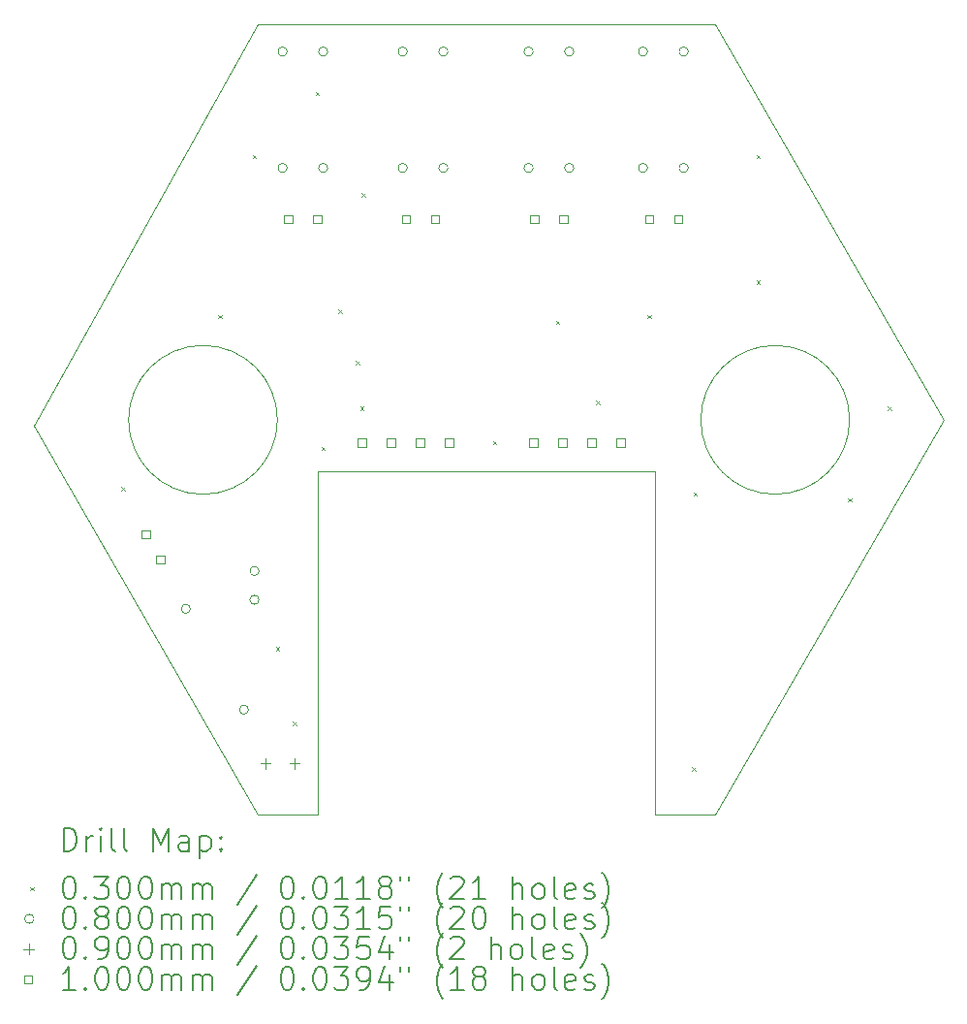
<source format=gbr>
%TF.GenerationSoftware,KiCad,Pcbnew,9.0.4*%
%TF.CreationDate,2025-10-05T02:15:21+02:00*%
%TF.ProjectId,hex-dna,6865782d-646e-4612-9e6b-696361645f70,rev?*%
%TF.SameCoordinates,Original*%
%TF.FileFunction,Drillmap*%
%TF.FilePolarity,Positive*%
%FSLAX45Y45*%
G04 Gerber Fmt 4.5, Leading zero omitted, Abs format (unit mm)*
G04 Created by KiCad (PCBNEW 9.0.4) date 2025-10-05 02:15:21*
%MOMM*%
%LPD*%
G01*
G04 APERTURE LIST*
%ADD10C,0.050000*%
%ADD11C,0.200000*%
%ADD12C,0.100000*%
G04 APERTURE END LIST*
D10*
X10025000Y-5300000D02*
X8025000Y-8750000D01*
X4550000Y-5750000D02*
X4550000Y-8750000D01*
X4550000Y-8750000D02*
X4025000Y-8750000D01*
X7500000Y-8750000D02*
X7500000Y-5750000D01*
X2075000Y-5350000D02*
X4025000Y-1850000D01*
X7500000Y-5750000D02*
X4550000Y-5750000D01*
X4025000Y-1850000D02*
X8025000Y-1850000D01*
X4025000Y-8750000D02*
X2075000Y-5350000D01*
X4200000Y-5300000D02*
G75*
G02*
X2900000Y-5300000I-650000J0D01*
G01*
X2900000Y-5300000D02*
G75*
G02*
X4200000Y-5300000I650000J0D01*
G01*
X8025000Y-1850000D02*
X10025000Y-5300000D01*
X9200000Y-5300000D02*
G75*
G02*
X7900000Y-5300000I-650000J0D01*
G01*
X7900000Y-5300000D02*
G75*
G02*
X9200000Y-5300000I650000J0D01*
G01*
X8025000Y-8750000D02*
X7500000Y-8750000D01*
D11*
D12*
X2835000Y-5885000D02*
X2865000Y-5915000D01*
X2865000Y-5885000D02*
X2835000Y-5915000D01*
X3685000Y-4385000D02*
X3715000Y-4415000D01*
X3715000Y-4385000D02*
X3685000Y-4415000D01*
X3985000Y-2985000D02*
X4015000Y-3015000D01*
X4015000Y-2985000D02*
X3985000Y-3015000D01*
X4185000Y-7285000D02*
X4215000Y-7315000D01*
X4215000Y-7285000D02*
X4185000Y-7315000D01*
X4335000Y-7935000D02*
X4365000Y-7965000D01*
X4365000Y-7935000D02*
X4335000Y-7965000D01*
X4535000Y-2435000D02*
X4565000Y-2465000D01*
X4565000Y-2435000D02*
X4535000Y-2465000D01*
X4585000Y-5535000D02*
X4615000Y-5565000D01*
X4615000Y-5535000D02*
X4585000Y-5565000D01*
X4735000Y-4335000D02*
X4765000Y-4365000D01*
X4765000Y-4335000D02*
X4735000Y-4365000D01*
X4885000Y-4785000D02*
X4915000Y-4815000D01*
X4915000Y-4785000D02*
X4885000Y-4815000D01*
X4923000Y-5185000D02*
X4953000Y-5215000D01*
X4953000Y-5185000D02*
X4923000Y-5215000D01*
X4935000Y-3320441D02*
X4965000Y-3350441D01*
X4965000Y-3320441D02*
X4935000Y-3350441D01*
X6085000Y-5485000D02*
X6115000Y-5515000D01*
X6115000Y-5485000D02*
X6085000Y-5515000D01*
X6635000Y-4435000D02*
X6665000Y-4465000D01*
X6665000Y-4435000D02*
X6635000Y-4465000D01*
X6985000Y-5135000D02*
X7015000Y-5165000D01*
X7015000Y-5135000D02*
X6985000Y-5165000D01*
X7435000Y-4385000D02*
X7465000Y-4415000D01*
X7465000Y-4385000D02*
X7435000Y-4415000D01*
X7823602Y-8335000D02*
X7853602Y-8365000D01*
X7853602Y-8335000D02*
X7823602Y-8365000D01*
X7835000Y-5935000D02*
X7865000Y-5965000D01*
X7865000Y-5935000D02*
X7835000Y-5965000D01*
X8385000Y-2985000D02*
X8415000Y-3015000D01*
X8415000Y-2985000D02*
X8385000Y-3015000D01*
X8385000Y-4085000D02*
X8415000Y-4115000D01*
X8415000Y-4085000D02*
X8385000Y-4115000D01*
X9185000Y-5985000D02*
X9215000Y-6015000D01*
X9215000Y-5985000D02*
X9185000Y-6015000D01*
X9535000Y-5185000D02*
X9565000Y-5215000D01*
X9565000Y-5185000D02*
X9535000Y-5215000D01*
X3440000Y-6950000D02*
G75*
G02*
X3360000Y-6950000I-40000J0D01*
G01*
X3360000Y-6950000D02*
G75*
G02*
X3440000Y-6950000I40000J0D01*
G01*
X3948000Y-7829882D02*
G75*
G02*
X3868000Y-7829882I-40000J0D01*
G01*
X3868000Y-7829882D02*
G75*
G02*
X3948000Y-7829882I40000J0D01*
G01*
X4040000Y-6620511D02*
G75*
G02*
X3960000Y-6620511I-40000J0D01*
G01*
X3960000Y-6620511D02*
G75*
G02*
X4040000Y-6620511I40000J0D01*
G01*
X4040000Y-6870511D02*
G75*
G02*
X3960000Y-6870511I-40000J0D01*
G01*
X3960000Y-6870511D02*
G75*
G02*
X4040000Y-6870511I40000J0D01*
G01*
X4285000Y-2084000D02*
G75*
G02*
X4205000Y-2084000I-40000J0D01*
G01*
X4205000Y-2084000D02*
G75*
G02*
X4285000Y-2084000I40000J0D01*
G01*
X4285000Y-3100000D02*
G75*
G02*
X4205000Y-3100000I-40000J0D01*
G01*
X4205000Y-3100000D02*
G75*
G02*
X4285000Y-3100000I40000J0D01*
G01*
X4640000Y-2084000D02*
G75*
G02*
X4560000Y-2084000I-40000J0D01*
G01*
X4560000Y-2084000D02*
G75*
G02*
X4640000Y-2084000I40000J0D01*
G01*
X4640000Y-3100000D02*
G75*
G02*
X4560000Y-3100000I-40000J0D01*
G01*
X4560000Y-3100000D02*
G75*
G02*
X4640000Y-3100000I40000J0D01*
G01*
X5335000Y-2084000D02*
G75*
G02*
X5255000Y-2084000I-40000J0D01*
G01*
X5255000Y-2084000D02*
G75*
G02*
X5335000Y-2084000I40000J0D01*
G01*
X5335000Y-3100000D02*
G75*
G02*
X5255000Y-3100000I-40000J0D01*
G01*
X5255000Y-3100000D02*
G75*
G02*
X5335000Y-3100000I40000J0D01*
G01*
X5690000Y-2084000D02*
G75*
G02*
X5610000Y-2084000I-40000J0D01*
G01*
X5610000Y-2084000D02*
G75*
G02*
X5690000Y-2084000I40000J0D01*
G01*
X5690000Y-3100000D02*
G75*
G02*
X5610000Y-3100000I-40000J0D01*
G01*
X5610000Y-3100000D02*
G75*
G02*
X5690000Y-3100000I40000J0D01*
G01*
X6435000Y-2084000D02*
G75*
G02*
X6355000Y-2084000I-40000J0D01*
G01*
X6355000Y-2084000D02*
G75*
G02*
X6435000Y-2084000I40000J0D01*
G01*
X6435000Y-3100000D02*
G75*
G02*
X6355000Y-3100000I-40000J0D01*
G01*
X6355000Y-3100000D02*
G75*
G02*
X6435000Y-3100000I40000J0D01*
G01*
X6790000Y-2084000D02*
G75*
G02*
X6710000Y-2084000I-40000J0D01*
G01*
X6710000Y-2084000D02*
G75*
G02*
X6790000Y-2084000I40000J0D01*
G01*
X6790000Y-3100000D02*
G75*
G02*
X6710000Y-3100000I-40000J0D01*
G01*
X6710000Y-3100000D02*
G75*
G02*
X6790000Y-3100000I40000J0D01*
G01*
X7435000Y-2084000D02*
G75*
G02*
X7355000Y-2084000I-40000J0D01*
G01*
X7355000Y-2084000D02*
G75*
G02*
X7435000Y-2084000I40000J0D01*
G01*
X7435000Y-3100000D02*
G75*
G02*
X7355000Y-3100000I-40000J0D01*
G01*
X7355000Y-3100000D02*
G75*
G02*
X7435000Y-3100000I40000J0D01*
G01*
X7790000Y-2084000D02*
G75*
G02*
X7710000Y-2084000I-40000J0D01*
G01*
X7710000Y-2084000D02*
G75*
G02*
X7790000Y-2084000I40000J0D01*
G01*
X7790000Y-3100000D02*
G75*
G02*
X7710000Y-3100000I-40000J0D01*
G01*
X7710000Y-3100000D02*
G75*
G02*
X7790000Y-3100000I40000J0D01*
G01*
X4096000Y-8255000D02*
X4096000Y-8345000D01*
X4051000Y-8300000D02*
X4141000Y-8300000D01*
X4350000Y-8255000D02*
X4350000Y-8345000D01*
X4305000Y-8300000D02*
X4395000Y-8300000D01*
X3085356Y-6335356D02*
X3085356Y-6264644D01*
X3014644Y-6264644D01*
X3014644Y-6335356D01*
X3085356Y-6335356D01*
X3212356Y-6555326D02*
X3212356Y-6484615D01*
X3141644Y-6484615D01*
X3141644Y-6555326D01*
X3212356Y-6555326D01*
X4331356Y-3585356D02*
X4331356Y-3514644D01*
X4260644Y-3514644D01*
X4260644Y-3585356D01*
X4331356Y-3585356D01*
X4585356Y-3585356D02*
X4585356Y-3514644D01*
X4514644Y-3514644D01*
X4514644Y-3585356D01*
X4585356Y-3585356D01*
X4973356Y-5535356D02*
X4973356Y-5464644D01*
X4902644Y-5464644D01*
X4902644Y-5535356D01*
X4973356Y-5535356D01*
X5227356Y-5535356D02*
X5227356Y-5464644D01*
X5156644Y-5464644D01*
X5156644Y-5535356D01*
X5227356Y-5535356D01*
X5358856Y-3585356D02*
X5358856Y-3514644D01*
X5288144Y-3514644D01*
X5288144Y-3585356D01*
X5358856Y-3585356D01*
X5481356Y-5535356D02*
X5481356Y-5464644D01*
X5410644Y-5464644D01*
X5410644Y-5535356D01*
X5481356Y-5535356D01*
X5612856Y-3585356D02*
X5612856Y-3514644D01*
X5542144Y-3514644D01*
X5542144Y-3585356D01*
X5612856Y-3585356D01*
X5735356Y-5535356D02*
X5735356Y-5464644D01*
X5664644Y-5464644D01*
X5664644Y-5535356D01*
X5735356Y-5535356D01*
X6473356Y-5535356D02*
X6473356Y-5464644D01*
X6402644Y-5464644D01*
X6402644Y-5535356D01*
X6473356Y-5535356D01*
X6481356Y-3585356D02*
X6481356Y-3514644D01*
X6410644Y-3514644D01*
X6410644Y-3585356D01*
X6481356Y-3585356D01*
X6727356Y-5535356D02*
X6727356Y-5464644D01*
X6656644Y-5464644D01*
X6656644Y-5535356D01*
X6727356Y-5535356D01*
X6735356Y-3585356D02*
X6735356Y-3514644D01*
X6664644Y-3514644D01*
X6664644Y-3585356D01*
X6735356Y-3585356D01*
X6981356Y-5535356D02*
X6981356Y-5464644D01*
X6910644Y-5464644D01*
X6910644Y-5535356D01*
X6981356Y-5535356D01*
X7235356Y-5535356D02*
X7235356Y-5464644D01*
X7164644Y-5464644D01*
X7164644Y-5535356D01*
X7235356Y-5535356D01*
X7485356Y-3585356D02*
X7485356Y-3514644D01*
X7414645Y-3514644D01*
X7414645Y-3585356D01*
X7485356Y-3585356D01*
X7739356Y-3585356D02*
X7739356Y-3514644D01*
X7668645Y-3514644D01*
X7668645Y-3585356D01*
X7739356Y-3585356D01*
D11*
X2333277Y-9063984D02*
X2333277Y-8863984D01*
X2333277Y-8863984D02*
X2380896Y-8863984D01*
X2380896Y-8863984D02*
X2409467Y-8873508D01*
X2409467Y-8873508D02*
X2428515Y-8892555D01*
X2428515Y-8892555D02*
X2438039Y-8911603D01*
X2438039Y-8911603D02*
X2447563Y-8949698D01*
X2447563Y-8949698D02*
X2447563Y-8978270D01*
X2447563Y-8978270D02*
X2438039Y-9016365D01*
X2438039Y-9016365D02*
X2428515Y-9035412D01*
X2428515Y-9035412D02*
X2409467Y-9054460D01*
X2409467Y-9054460D02*
X2380896Y-9063984D01*
X2380896Y-9063984D02*
X2333277Y-9063984D01*
X2533277Y-9063984D02*
X2533277Y-8930650D01*
X2533277Y-8968746D02*
X2542801Y-8949698D01*
X2542801Y-8949698D02*
X2552324Y-8940174D01*
X2552324Y-8940174D02*
X2571372Y-8930650D01*
X2571372Y-8930650D02*
X2590420Y-8930650D01*
X2657086Y-9063984D02*
X2657086Y-8930650D01*
X2657086Y-8863984D02*
X2647563Y-8873508D01*
X2647563Y-8873508D02*
X2657086Y-8883031D01*
X2657086Y-8883031D02*
X2666610Y-8873508D01*
X2666610Y-8873508D02*
X2657086Y-8863984D01*
X2657086Y-8863984D02*
X2657086Y-8883031D01*
X2780896Y-9063984D02*
X2761848Y-9054460D01*
X2761848Y-9054460D02*
X2752324Y-9035412D01*
X2752324Y-9035412D02*
X2752324Y-8863984D01*
X2885658Y-9063984D02*
X2866610Y-9054460D01*
X2866610Y-9054460D02*
X2857086Y-9035412D01*
X2857086Y-9035412D02*
X2857086Y-8863984D01*
X3114229Y-9063984D02*
X3114229Y-8863984D01*
X3114229Y-8863984D02*
X3180896Y-9006841D01*
X3180896Y-9006841D02*
X3247562Y-8863984D01*
X3247562Y-8863984D02*
X3247562Y-9063984D01*
X3428515Y-9063984D02*
X3428515Y-8959222D01*
X3428515Y-8959222D02*
X3418991Y-8940174D01*
X3418991Y-8940174D02*
X3399943Y-8930650D01*
X3399943Y-8930650D02*
X3361848Y-8930650D01*
X3361848Y-8930650D02*
X3342801Y-8940174D01*
X3428515Y-9054460D02*
X3409467Y-9063984D01*
X3409467Y-9063984D02*
X3361848Y-9063984D01*
X3361848Y-9063984D02*
X3342801Y-9054460D01*
X3342801Y-9054460D02*
X3333277Y-9035412D01*
X3333277Y-9035412D02*
X3333277Y-9016365D01*
X3333277Y-9016365D02*
X3342801Y-8997317D01*
X3342801Y-8997317D02*
X3361848Y-8987793D01*
X3361848Y-8987793D02*
X3409467Y-8987793D01*
X3409467Y-8987793D02*
X3428515Y-8978270D01*
X3523753Y-8930650D02*
X3523753Y-9130650D01*
X3523753Y-8940174D02*
X3542801Y-8930650D01*
X3542801Y-8930650D02*
X3580896Y-8930650D01*
X3580896Y-8930650D02*
X3599943Y-8940174D01*
X3599943Y-8940174D02*
X3609467Y-8949698D01*
X3609467Y-8949698D02*
X3618991Y-8968746D01*
X3618991Y-8968746D02*
X3618991Y-9025889D01*
X3618991Y-9025889D02*
X3609467Y-9044936D01*
X3609467Y-9044936D02*
X3599943Y-9054460D01*
X3599943Y-9054460D02*
X3580896Y-9063984D01*
X3580896Y-9063984D02*
X3542801Y-9063984D01*
X3542801Y-9063984D02*
X3523753Y-9054460D01*
X3704705Y-9044936D02*
X3714229Y-9054460D01*
X3714229Y-9054460D02*
X3704705Y-9063984D01*
X3704705Y-9063984D02*
X3695182Y-9054460D01*
X3695182Y-9054460D02*
X3704705Y-9044936D01*
X3704705Y-9044936D02*
X3704705Y-9063984D01*
X3704705Y-8940174D02*
X3714229Y-8949698D01*
X3714229Y-8949698D02*
X3704705Y-8959222D01*
X3704705Y-8959222D02*
X3695182Y-8949698D01*
X3695182Y-8949698D02*
X3704705Y-8940174D01*
X3704705Y-8940174D02*
X3704705Y-8959222D01*
D12*
X2042500Y-9377500D02*
X2072500Y-9407500D01*
X2072500Y-9377500D02*
X2042500Y-9407500D01*
D11*
X2371372Y-9283984D02*
X2390420Y-9283984D01*
X2390420Y-9283984D02*
X2409467Y-9293508D01*
X2409467Y-9293508D02*
X2418991Y-9303031D01*
X2418991Y-9303031D02*
X2428515Y-9322079D01*
X2428515Y-9322079D02*
X2438039Y-9360174D01*
X2438039Y-9360174D02*
X2438039Y-9407793D01*
X2438039Y-9407793D02*
X2428515Y-9445889D01*
X2428515Y-9445889D02*
X2418991Y-9464936D01*
X2418991Y-9464936D02*
X2409467Y-9474460D01*
X2409467Y-9474460D02*
X2390420Y-9483984D01*
X2390420Y-9483984D02*
X2371372Y-9483984D01*
X2371372Y-9483984D02*
X2352324Y-9474460D01*
X2352324Y-9474460D02*
X2342801Y-9464936D01*
X2342801Y-9464936D02*
X2333277Y-9445889D01*
X2333277Y-9445889D02*
X2323753Y-9407793D01*
X2323753Y-9407793D02*
X2323753Y-9360174D01*
X2323753Y-9360174D02*
X2333277Y-9322079D01*
X2333277Y-9322079D02*
X2342801Y-9303031D01*
X2342801Y-9303031D02*
X2352324Y-9293508D01*
X2352324Y-9293508D02*
X2371372Y-9283984D01*
X2523753Y-9464936D02*
X2533277Y-9474460D01*
X2533277Y-9474460D02*
X2523753Y-9483984D01*
X2523753Y-9483984D02*
X2514229Y-9474460D01*
X2514229Y-9474460D02*
X2523753Y-9464936D01*
X2523753Y-9464936D02*
X2523753Y-9483984D01*
X2599944Y-9283984D02*
X2723753Y-9283984D01*
X2723753Y-9283984D02*
X2657086Y-9360174D01*
X2657086Y-9360174D02*
X2685658Y-9360174D01*
X2685658Y-9360174D02*
X2704705Y-9369698D01*
X2704705Y-9369698D02*
X2714229Y-9379222D01*
X2714229Y-9379222D02*
X2723753Y-9398270D01*
X2723753Y-9398270D02*
X2723753Y-9445889D01*
X2723753Y-9445889D02*
X2714229Y-9464936D01*
X2714229Y-9464936D02*
X2704705Y-9474460D01*
X2704705Y-9474460D02*
X2685658Y-9483984D01*
X2685658Y-9483984D02*
X2628515Y-9483984D01*
X2628515Y-9483984D02*
X2609467Y-9474460D01*
X2609467Y-9474460D02*
X2599944Y-9464936D01*
X2847562Y-9283984D02*
X2866610Y-9283984D01*
X2866610Y-9283984D02*
X2885658Y-9293508D01*
X2885658Y-9293508D02*
X2895182Y-9303031D01*
X2895182Y-9303031D02*
X2904705Y-9322079D01*
X2904705Y-9322079D02*
X2914229Y-9360174D01*
X2914229Y-9360174D02*
X2914229Y-9407793D01*
X2914229Y-9407793D02*
X2904705Y-9445889D01*
X2904705Y-9445889D02*
X2895182Y-9464936D01*
X2895182Y-9464936D02*
X2885658Y-9474460D01*
X2885658Y-9474460D02*
X2866610Y-9483984D01*
X2866610Y-9483984D02*
X2847562Y-9483984D01*
X2847562Y-9483984D02*
X2828515Y-9474460D01*
X2828515Y-9474460D02*
X2818991Y-9464936D01*
X2818991Y-9464936D02*
X2809467Y-9445889D01*
X2809467Y-9445889D02*
X2799943Y-9407793D01*
X2799943Y-9407793D02*
X2799943Y-9360174D01*
X2799943Y-9360174D02*
X2809467Y-9322079D01*
X2809467Y-9322079D02*
X2818991Y-9303031D01*
X2818991Y-9303031D02*
X2828515Y-9293508D01*
X2828515Y-9293508D02*
X2847562Y-9283984D01*
X3038039Y-9283984D02*
X3057086Y-9283984D01*
X3057086Y-9283984D02*
X3076134Y-9293508D01*
X3076134Y-9293508D02*
X3085658Y-9303031D01*
X3085658Y-9303031D02*
X3095182Y-9322079D01*
X3095182Y-9322079D02*
X3104705Y-9360174D01*
X3104705Y-9360174D02*
X3104705Y-9407793D01*
X3104705Y-9407793D02*
X3095182Y-9445889D01*
X3095182Y-9445889D02*
X3085658Y-9464936D01*
X3085658Y-9464936D02*
X3076134Y-9474460D01*
X3076134Y-9474460D02*
X3057086Y-9483984D01*
X3057086Y-9483984D02*
X3038039Y-9483984D01*
X3038039Y-9483984D02*
X3018991Y-9474460D01*
X3018991Y-9474460D02*
X3009467Y-9464936D01*
X3009467Y-9464936D02*
X2999943Y-9445889D01*
X2999943Y-9445889D02*
X2990420Y-9407793D01*
X2990420Y-9407793D02*
X2990420Y-9360174D01*
X2990420Y-9360174D02*
X2999943Y-9322079D01*
X2999943Y-9322079D02*
X3009467Y-9303031D01*
X3009467Y-9303031D02*
X3018991Y-9293508D01*
X3018991Y-9293508D02*
X3038039Y-9283984D01*
X3190420Y-9483984D02*
X3190420Y-9350650D01*
X3190420Y-9369698D02*
X3199943Y-9360174D01*
X3199943Y-9360174D02*
X3218991Y-9350650D01*
X3218991Y-9350650D02*
X3247563Y-9350650D01*
X3247563Y-9350650D02*
X3266610Y-9360174D01*
X3266610Y-9360174D02*
X3276134Y-9379222D01*
X3276134Y-9379222D02*
X3276134Y-9483984D01*
X3276134Y-9379222D02*
X3285658Y-9360174D01*
X3285658Y-9360174D02*
X3304705Y-9350650D01*
X3304705Y-9350650D02*
X3333277Y-9350650D01*
X3333277Y-9350650D02*
X3352324Y-9360174D01*
X3352324Y-9360174D02*
X3361848Y-9379222D01*
X3361848Y-9379222D02*
X3361848Y-9483984D01*
X3457086Y-9483984D02*
X3457086Y-9350650D01*
X3457086Y-9369698D02*
X3466610Y-9360174D01*
X3466610Y-9360174D02*
X3485658Y-9350650D01*
X3485658Y-9350650D02*
X3514229Y-9350650D01*
X3514229Y-9350650D02*
X3533277Y-9360174D01*
X3533277Y-9360174D02*
X3542801Y-9379222D01*
X3542801Y-9379222D02*
X3542801Y-9483984D01*
X3542801Y-9379222D02*
X3552324Y-9360174D01*
X3552324Y-9360174D02*
X3571372Y-9350650D01*
X3571372Y-9350650D02*
X3599943Y-9350650D01*
X3599943Y-9350650D02*
X3618991Y-9360174D01*
X3618991Y-9360174D02*
X3628515Y-9379222D01*
X3628515Y-9379222D02*
X3628515Y-9483984D01*
X4018991Y-9274460D02*
X3847563Y-9531603D01*
X4276134Y-9283984D02*
X4295182Y-9283984D01*
X4295182Y-9283984D02*
X4314229Y-9293508D01*
X4314229Y-9293508D02*
X4323753Y-9303031D01*
X4323753Y-9303031D02*
X4333277Y-9322079D01*
X4333277Y-9322079D02*
X4342801Y-9360174D01*
X4342801Y-9360174D02*
X4342801Y-9407793D01*
X4342801Y-9407793D02*
X4333277Y-9445889D01*
X4333277Y-9445889D02*
X4323753Y-9464936D01*
X4323753Y-9464936D02*
X4314229Y-9474460D01*
X4314229Y-9474460D02*
X4295182Y-9483984D01*
X4295182Y-9483984D02*
X4276134Y-9483984D01*
X4276134Y-9483984D02*
X4257087Y-9474460D01*
X4257087Y-9474460D02*
X4247563Y-9464936D01*
X4247563Y-9464936D02*
X4238039Y-9445889D01*
X4238039Y-9445889D02*
X4228515Y-9407793D01*
X4228515Y-9407793D02*
X4228515Y-9360174D01*
X4228515Y-9360174D02*
X4238039Y-9322079D01*
X4238039Y-9322079D02*
X4247563Y-9303031D01*
X4247563Y-9303031D02*
X4257087Y-9293508D01*
X4257087Y-9293508D02*
X4276134Y-9283984D01*
X4428515Y-9464936D02*
X4438039Y-9474460D01*
X4438039Y-9474460D02*
X4428515Y-9483984D01*
X4428515Y-9483984D02*
X4418991Y-9474460D01*
X4418991Y-9474460D02*
X4428515Y-9464936D01*
X4428515Y-9464936D02*
X4428515Y-9483984D01*
X4561848Y-9283984D02*
X4580896Y-9283984D01*
X4580896Y-9283984D02*
X4599944Y-9293508D01*
X4599944Y-9293508D02*
X4609468Y-9303031D01*
X4609468Y-9303031D02*
X4618991Y-9322079D01*
X4618991Y-9322079D02*
X4628515Y-9360174D01*
X4628515Y-9360174D02*
X4628515Y-9407793D01*
X4628515Y-9407793D02*
X4618991Y-9445889D01*
X4618991Y-9445889D02*
X4609468Y-9464936D01*
X4609468Y-9464936D02*
X4599944Y-9474460D01*
X4599944Y-9474460D02*
X4580896Y-9483984D01*
X4580896Y-9483984D02*
X4561848Y-9483984D01*
X4561848Y-9483984D02*
X4542801Y-9474460D01*
X4542801Y-9474460D02*
X4533277Y-9464936D01*
X4533277Y-9464936D02*
X4523753Y-9445889D01*
X4523753Y-9445889D02*
X4514229Y-9407793D01*
X4514229Y-9407793D02*
X4514229Y-9360174D01*
X4514229Y-9360174D02*
X4523753Y-9322079D01*
X4523753Y-9322079D02*
X4533277Y-9303031D01*
X4533277Y-9303031D02*
X4542801Y-9293508D01*
X4542801Y-9293508D02*
X4561848Y-9283984D01*
X4818991Y-9483984D02*
X4704706Y-9483984D01*
X4761848Y-9483984D02*
X4761848Y-9283984D01*
X4761848Y-9283984D02*
X4742801Y-9312555D01*
X4742801Y-9312555D02*
X4723753Y-9331603D01*
X4723753Y-9331603D02*
X4704706Y-9341127D01*
X5009468Y-9483984D02*
X4895182Y-9483984D01*
X4952325Y-9483984D02*
X4952325Y-9283984D01*
X4952325Y-9283984D02*
X4933277Y-9312555D01*
X4933277Y-9312555D02*
X4914229Y-9331603D01*
X4914229Y-9331603D02*
X4895182Y-9341127D01*
X5123753Y-9369698D02*
X5104706Y-9360174D01*
X5104706Y-9360174D02*
X5095182Y-9350650D01*
X5095182Y-9350650D02*
X5085658Y-9331603D01*
X5085658Y-9331603D02*
X5085658Y-9322079D01*
X5085658Y-9322079D02*
X5095182Y-9303031D01*
X5095182Y-9303031D02*
X5104706Y-9293508D01*
X5104706Y-9293508D02*
X5123753Y-9283984D01*
X5123753Y-9283984D02*
X5161849Y-9283984D01*
X5161849Y-9283984D02*
X5180896Y-9293508D01*
X5180896Y-9293508D02*
X5190420Y-9303031D01*
X5190420Y-9303031D02*
X5199944Y-9322079D01*
X5199944Y-9322079D02*
X5199944Y-9331603D01*
X5199944Y-9331603D02*
X5190420Y-9350650D01*
X5190420Y-9350650D02*
X5180896Y-9360174D01*
X5180896Y-9360174D02*
X5161849Y-9369698D01*
X5161849Y-9369698D02*
X5123753Y-9369698D01*
X5123753Y-9369698D02*
X5104706Y-9379222D01*
X5104706Y-9379222D02*
X5095182Y-9388746D01*
X5095182Y-9388746D02*
X5085658Y-9407793D01*
X5085658Y-9407793D02*
X5085658Y-9445889D01*
X5085658Y-9445889D02*
X5095182Y-9464936D01*
X5095182Y-9464936D02*
X5104706Y-9474460D01*
X5104706Y-9474460D02*
X5123753Y-9483984D01*
X5123753Y-9483984D02*
X5161849Y-9483984D01*
X5161849Y-9483984D02*
X5180896Y-9474460D01*
X5180896Y-9474460D02*
X5190420Y-9464936D01*
X5190420Y-9464936D02*
X5199944Y-9445889D01*
X5199944Y-9445889D02*
X5199944Y-9407793D01*
X5199944Y-9407793D02*
X5190420Y-9388746D01*
X5190420Y-9388746D02*
X5180896Y-9379222D01*
X5180896Y-9379222D02*
X5161849Y-9369698D01*
X5276134Y-9283984D02*
X5276134Y-9322079D01*
X5352325Y-9283984D02*
X5352325Y-9322079D01*
X5647563Y-9560174D02*
X5638039Y-9550650D01*
X5638039Y-9550650D02*
X5618991Y-9522079D01*
X5618991Y-9522079D02*
X5609468Y-9503031D01*
X5609468Y-9503031D02*
X5599944Y-9474460D01*
X5599944Y-9474460D02*
X5590420Y-9426841D01*
X5590420Y-9426841D02*
X5590420Y-9388746D01*
X5590420Y-9388746D02*
X5599944Y-9341127D01*
X5599944Y-9341127D02*
X5609468Y-9312555D01*
X5609468Y-9312555D02*
X5618991Y-9293508D01*
X5618991Y-9293508D02*
X5638039Y-9264936D01*
X5638039Y-9264936D02*
X5647563Y-9255412D01*
X5714229Y-9303031D02*
X5723753Y-9293508D01*
X5723753Y-9293508D02*
X5742801Y-9283984D01*
X5742801Y-9283984D02*
X5790420Y-9283984D01*
X5790420Y-9283984D02*
X5809468Y-9293508D01*
X5809468Y-9293508D02*
X5818991Y-9303031D01*
X5818991Y-9303031D02*
X5828515Y-9322079D01*
X5828515Y-9322079D02*
X5828515Y-9341127D01*
X5828515Y-9341127D02*
X5818991Y-9369698D01*
X5818991Y-9369698D02*
X5704706Y-9483984D01*
X5704706Y-9483984D02*
X5828515Y-9483984D01*
X6018991Y-9483984D02*
X5904706Y-9483984D01*
X5961848Y-9483984D02*
X5961848Y-9283984D01*
X5961848Y-9283984D02*
X5942801Y-9312555D01*
X5942801Y-9312555D02*
X5923753Y-9331603D01*
X5923753Y-9331603D02*
X5904706Y-9341127D01*
X6257087Y-9483984D02*
X6257087Y-9283984D01*
X6342801Y-9483984D02*
X6342801Y-9379222D01*
X6342801Y-9379222D02*
X6333277Y-9360174D01*
X6333277Y-9360174D02*
X6314230Y-9350650D01*
X6314230Y-9350650D02*
X6285658Y-9350650D01*
X6285658Y-9350650D02*
X6266610Y-9360174D01*
X6266610Y-9360174D02*
X6257087Y-9369698D01*
X6466610Y-9483984D02*
X6447563Y-9474460D01*
X6447563Y-9474460D02*
X6438039Y-9464936D01*
X6438039Y-9464936D02*
X6428515Y-9445889D01*
X6428515Y-9445889D02*
X6428515Y-9388746D01*
X6428515Y-9388746D02*
X6438039Y-9369698D01*
X6438039Y-9369698D02*
X6447563Y-9360174D01*
X6447563Y-9360174D02*
X6466610Y-9350650D01*
X6466610Y-9350650D02*
X6495182Y-9350650D01*
X6495182Y-9350650D02*
X6514230Y-9360174D01*
X6514230Y-9360174D02*
X6523753Y-9369698D01*
X6523753Y-9369698D02*
X6533277Y-9388746D01*
X6533277Y-9388746D02*
X6533277Y-9445889D01*
X6533277Y-9445889D02*
X6523753Y-9464936D01*
X6523753Y-9464936D02*
X6514230Y-9474460D01*
X6514230Y-9474460D02*
X6495182Y-9483984D01*
X6495182Y-9483984D02*
X6466610Y-9483984D01*
X6647563Y-9483984D02*
X6628515Y-9474460D01*
X6628515Y-9474460D02*
X6618991Y-9455412D01*
X6618991Y-9455412D02*
X6618991Y-9283984D01*
X6799944Y-9474460D02*
X6780896Y-9483984D01*
X6780896Y-9483984D02*
X6742801Y-9483984D01*
X6742801Y-9483984D02*
X6723753Y-9474460D01*
X6723753Y-9474460D02*
X6714230Y-9455412D01*
X6714230Y-9455412D02*
X6714230Y-9379222D01*
X6714230Y-9379222D02*
X6723753Y-9360174D01*
X6723753Y-9360174D02*
X6742801Y-9350650D01*
X6742801Y-9350650D02*
X6780896Y-9350650D01*
X6780896Y-9350650D02*
X6799944Y-9360174D01*
X6799944Y-9360174D02*
X6809468Y-9379222D01*
X6809468Y-9379222D02*
X6809468Y-9398270D01*
X6809468Y-9398270D02*
X6714230Y-9417317D01*
X6885658Y-9474460D02*
X6904706Y-9483984D01*
X6904706Y-9483984D02*
X6942801Y-9483984D01*
X6942801Y-9483984D02*
X6961849Y-9474460D01*
X6961849Y-9474460D02*
X6971372Y-9455412D01*
X6971372Y-9455412D02*
X6971372Y-9445889D01*
X6971372Y-9445889D02*
X6961849Y-9426841D01*
X6961849Y-9426841D02*
X6942801Y-9417317D01*
X6942801Y-9417317D02*
X6914230Y-9417317D01*
X6914230Y-9417317D02*
X6895182Y-9407793D01*
X6895182Y-9407793D02*
X6885658Y-9388746D01*
X6885658Y-9388746D02*
X6885658Y-9379222D01*
X6885658Y-9379222D02*
X6895182Y-9360174D01*
X6895182Y-9360174D02*
X6914230Y-9350650D01*
X6914230Y-9350650D02*
X6942801Y-9350650D01*
X6942801Y-9350650D02*
X6961849Y-9360174D01*
X7038039Y-9560174D02*
X7047563Y-9550650D01*
X7047563Y-9550650D02*
X7066611Y-9522079D01*
X7066611Y-9522079D02*
X7076134Y-9503031D01*
X7076134Y-9503031D02*
X7085658Y-9474460D01*
X7085658Y-9474460D02*
X7095182Y-9426841D01*
X7095182Y-9426841D02*
X7095182Y-9388746D01*
X7095182Y-9388746D02*
X7085658Y-9341127D01*
X7085658Y-9341127D02*
X7076134Y-9312555D01*
X7076134Y-9312555D02*
X7066611Y-9293508D01*
X7066611Y-9293508D02*
X7047563Y-9264936D01*
X7047563Y-9264936D02*
X7038039Y-9255412D01*
D12*
X2072500Y-9656500D02*
G75*
G02*
X1992500Y-9656500I-40000J0D01*
G01*
X1992500Y-9656500D02*
G75*
G02*
X2072500Y-9656500I40000J0D01*
G01*
D11*
X2371372Y-9547984D02*
X2390420Y-9547984D01*
X2390420Y-9547984D02*
X2409467Y-9557508D01*
X2409467Y-9557508D02*
X2418991Y-9567031D01*
X2418991Y-9567031D02*
X2428515Y-9586079D01*
X2428515Y-9586079D02*
X2438039Y-9624174D01*
X2438039Y-9624174D02*
X2438039Y-9671793D01*
X2438039Y-9671793D02*
X2428515Y-9709889D01*
X2428515Y-9709889D02*
X2418991Y-9728936D01*
X2418991Y-9728936D02*
X2409467Y-9738460D01*
X2409467Y-9738460D02*
X2390420Y-9747984D01*
X2390420Y-9747984D02*
X2371372Y-9747984D01*
X2371372Y-9747984D02*
X2352324Y-9738460D01*
X2352324Y-9738460D02*
X2342801Y-9728936D01*
X2342801Y-9728936D02*
X2333277Y-9709889D01*
X2333277Y-9709889D02*
X2323753Y-9671793D01*
X2323753Y-9671793D02*
X2323753Y-9624174D01*
X2323753Y-9624174D02*
X2333277Y-9586079D01*
X2333277Y-9586079D02*
X2342801Y-9567031D01*
X2342801Y-9567031D02*
X2352324Y-9557508D01*
X2352324Y-9557508D02*
X2371372Y-9547984D01*
X2523753Y-9728936D02*
X2533277Y-9738460D01*
X2533277Y-9738460D02*
X2523753Y-9747984D01*
X2523753Y-9747984D02*
X2514229Y-9738460D01*
X2514229Y-9738460D02*
X2523753Y-9728936D01*
X2523753Y-9728936D02*
X2523753Y-9747984D01*
X2647563Y-9633698D02*
X2628515Y-9624174D01*
X2628515Y-9624174D02*
X2618991Y-9614650D01*
X2618991Y-9614650D02*
X2609467Y-9595603D01*
X2609467Y-9595603D02*
X2609467Y-9586079D01*
X2609467Y-9586079D02*
X2618991Y-9567031D01*
X2618991Y-9567031D02*
X2628515Y-9557508D01*
X2628515Y-9557508D02*
X2647563Y-9547984D01*
X2647563Y-9547984D02*
X2685658Y-9547984D01*
X2685658Y-9547984D02*
X2704705Y-9557508D01*
X2704705Y-9557508D02*
X2714229Y-9567031D01*
X2714229Y-9567031D02*
X2723753Y-9586079D01*
X2723753Y-9586079D02*
X2723753Y-9595603D01*
X2723753Y-9595603D02*
X2714229Y-9614650D01*
X2714229Y-9614650D02*
X2704705Y-9624174D01*
X2704705Y-9624174D02*
X2685658Y-9633698D01*
X2685658Y-9633698D02*
X2647563Y-9633698D01*
X2647563Y-9633698D02*
X2628515Y-9643222D01*
X2628515Y-9643222D02*
X2618991Y-9652746D01*
X2618991Y-9652746D02*
X2609467Y-9671793D01*
X2609467Y-9671793D02*
X2609467Y-9709889D01*
X2609467Y-9709889D02*
X2618991Y-9728936D01*
X2618991Y-9728936D02*
X2628515Y-9738460D01*
X2628515Y-9738460D02*
X2647563Y-9747984D01*
X2647563Y-9747984D02*
X2685658Y-9747984D01*
X2685658Y-9747984D02*
X2704705Y-9738460D01*
X2704705Y-9738460D02*
X2714229Y-9728936D01*
X2714229Y-9728936D02*
X2723753Y-9709889D01*
X2723753Y-9709889D02*
X2723753Y-9671793D01*
X2723753Y-9671793D02*
X2714229Y-9652746D01*
X2714229Y-9652746D02*
X2704705Y-9643222D01*
X2704705Y-9643222D02*
X2685658Y-9633698D01*
X2847562Y-9547984D02*
X2866610Y-9547984D01*
X2866610Y-9547984D02*
X2885658Y-9557508D01*
X2885658Y-9557508D02*
X2895182Y-9567031D01*
X2895182Y-9567031D02*
X2904705Y-9586079D01*
X2904705Y-9586079D02*
X2914229Y-9624174D01*
X2914229Y-9624174D02*
X2914229Y-9671793D01*
X2914229Y-9671793D02*
X2904705Y-9709889D01*
X2904705Y-9709889D02*
X2895182Y-9728936D01*
X2895182Y-9728936D02*
X2885658Y-9738460D01*
X2885658Y-9738460D02*
X2866610Y-9747984D01*
X2866610Y-9747984D02*
X2847562Y-9747984D01*
X2847562Y-9747984D02*
X2828515Y-9738460D01*
X2828515Y-9738460D02*
X2818991Y-9728936D01*
X2818991Y-9728936D02*
X2809467Y-9709889D01*
X2809467Y-9709889D02*
X2799943Y-9671793D01*
X2799943Y-9671793D02*
X2799943Y-9624174D01*
X2799943Y-9624174D02*
X2809467Y-9586079D01*
X2809467Y-9586079D02*
X2818991Y-9567031D01*
X2818991Y-9567031D02*
X2828515Y-9557508D01*
X2828515Y-9557508D02*
X2847562Y-9547984D01*
X3038039Y-9547984D02*
X3057086Y-9547984D01*
X3057086Y-9547984D02*
X3076134Y-9557508D01*
X3076134Y-9557508D02*
X3085658Y-9567031D01*
X3085658Y-9567031D02*
X3095182Y-9586079D01*
X3095182Y-9586079D02*
X3104705Y-9624174D01*
X3104705Y-9624174D02*
X3104705Y-9671793D01*
X3104705Y-9671793D02*
X3095182Y-9709889D01*
X3095182Y-9709889D02*
X3085658Y-9728936D01*
X3085658Y-9728936D02*
X3076134Y-9738460D01*
X3076134Y-9738460D02*
X3057086Y-9747984D01*
X3057086Y-9747984D02*
X3038039Y-9747984D01*
X3038039Y-9747984D02*
X3018991Y-9738460D01*
X3018991Y-9738460D02*
X3009467Y-9728936D01*
X3009467Y-9728936D02*
X2999943Y-9709889D01*
X2999943Y-9709889D02*
X2990420Y-9671793D01*
X2990420Y-9671793D02*
X2990420Y-9624174D01*
X2990420Y-9624174D02*
X2999943Y-9586079D01*
X2999943Y-9586079D02*
X3009467Y-9567031D01*
X3009467Y-9567031D02*
X3018991Y-9557508D01*
X3018991Y-9557508D02*
X3038039Y-9547984D01*
X3190420Y-9747984D02*
X3190420Y-9614650D01*
X3190420Y-9633698D02*
X3199943Y-9624174D01*
X3199943Y-9624174D02*
X3218991Y-9614650D01*
X3218991Y-9614650D02*
X3247563Y-9614650D01*
X3247563Y-9614650D02*
X3266610Y-9624174D01*
X3266610Y-9624174D02*
X3276134Y-9643222D01*
X3276134Y-9643222D02*
X3276134Y-9747984D01*
X3276134Y-9643222D02*
X3285658Y-9624174D01*
X3285658Y-9624174D02*
X3304705Y-9614650D01*
X3304705Y-9614650D02*
X3333277Y-9614650D01*
X3333277Y-9614650D02*
X3352324Y-9624174D01*
X3352324Y-9624174D02*
X3361848Y-9643222D01*
X3361848Y-9643222D02*
X3361848Y-9747984D01*
X3457086Y-9747984D02*
X3457086Y-9614650D01*
X3457086Y-9633698D02*
X3466610Y-9624174D01*
X3466610Y-9624174D02*
X3485658Y-9614650D01*
X3485658Y-9614650D02*
X3514229Y-9614650D01*
X3514229Y-9614650D02*
X3533277Y-9624174D01*
X3533277Y-9624174D02*
X3542801Y-9643222D01*
X3542801Y-9643222D02*
X3542801Y-9747984D01*
X3542801Y-9643222D02*
X3552324Y-9624174D01*
X3552324Y-9624174D02*
X3571372Y-9614650D01*
X3571372Y-9614650D02*
X3599943Y-9614650D01*
X3599943Y-9614650D02*
X3618991Y-9624174D01*
X3618991Y-9624174D02*
X3628515Y-9643222D01*
X3628515Y-9643222D02*
X3628515Y-9747984D01*
X4018991Y-9538460D02*
X3847563Y-9795603D01*
X4276134Y-9547984D02*
X4295182Y-9547984D01*
X4295182Y-9547984D02*
X4314229Y-9557508D01*
X4314229Y-9557508D02*
X4323753Y-9567031D01*
X4323753Y-9567031D02*
X4333277Y-9586079D01*
X4333277Y-9586079D02*
X4342801Y-9624174D01*
X4342801Y-9624174D02*
X4342801Y-9671793D01*
X4342801Y-9671793D02*
X4333277Y-9709889D01*
X4333277Y-9709889D02*
X4323753Y-9728936D01*
X4323753Y-9728936D02*
X4314229Y-9738460D01*
X4314229Y-9738460D02*
X4295182Y-9747984D01*
X4295182Y-9747984D02*
X4276134Y-9747984D01*
X4276134Y-9747984D02*
X4257087Y-9738460D01*
X4257087Y-9738460D02*
X4247563Y-9728936D01*
X4247563Y-9728936D02*
X4238039Y-9709889D01*
X4238039Y-9709889D02*
X4228515Y-9671793D01*
X4228515Y-9671793D02*
X4228515Y-9624174D01*
X4228515Y-9624174D02*
X4238039Y-9586079D01*
X4238039Y-9586079D02*
X4247563Y-9567031D01*
X4247563Y-9567031D02*
X4257087Y-9557508D01*
X4257087Y-9557508D02*
X4276134Y-9547984D01*
X4428515Y-9728936D02*
X4438039Y-9738460D01*
X4438039Y-9738460D02*
X4428515Y-9747984D01*
X4428515Y-9747984D02*
X4418991Y-9738460D01*
X4418991Y-9738460D02*
X4428515Y-9728936D01*
X4428515Y-9728936D02*
X4428515Y-9747984D01*
X4561848Y-9547984D02*
X4580896Y-9547984D01*
X4580896Y-9547984D02*
X4599944Y-9557508D01*
X4599944Y-9557508D02*
X4609468Y-9567031D01*
X4609468Y-9567031D02*
X4618991Y-9586079D01*
X4618991Y-9586079D02*
X4628515Y-9624174D01*
X4628515Y-9624174D02*
X4628515Y-9671793D01*
X4628515Y-9671793D02*
X4618991Y-9709889D01*
X4618991Y-9709889D02*
X4609468Y-9728936D01*
X4609468Y-9728936D02*
X4599944Y-9738460D01*
X4599944Y-9738460D02*
X4580896Y-9747984D01*
X4580896Y-9747984D02*
X4561848Y-9747984D01*
X4561848Y-9747984D02*
X4542801Y-9738460D01*
X4542801Y-9738460D02*
X4533277Y-9728936D01*
X4533277Y-9728936D02*
X4523753Y-9709889D01*
X4523753Y-9709889D02*
X4514229Y-9671793D01*
X4514229Y-9671793D02*
X4514229Y-9624174D01*
X4514229Y-9624174D02*
X4523753Y-9586079D01*
X4523753Y-9586079D02*
X4533277Y-9567031D01*
X4533277Y-9567031D02*
X4542801Y-9557508D01*
X4542801Y-9557508D02*
X4561848Y-9547984D01*
X4695182Y-9547984D02*
X4818991Y-9547984D01*
X4818991Y-9547984D02*
X4752325Y-9624174D01*
X4752325Y-9624174D02*
X4780896Y-9624174D01*
X4780896Y-9624174D02*
X4799944Y-9633698D01*
X4799944Y-9633698D02*
X4809468Y-9643222D01*
X4809468Y-9643222D02*
X4818991Y-9662270D01*
X4818991Y-9662270D02*
X4818991Y-9709889D01*
X4818991Y-9709889D02*
X4809468Y-9728936D01*
X4809468Y-9728936D02*
X4799944Y-9738460D01*
X4799944Y-9738460D02*
X4780896Y-9747984D01*
X4780896Y-9747984D02*
X4723753Y-9747984D01*
X4723753Y-9747984D02*
X4704706Y-9738460D01*
X4704706Y-9738460D02*
X4695182Y-9728936D01*
X5009468Y-9747984D02*
X4895182Y-9747984D01*
X4952325Y-9747984D02*
X4952325Y-9547984D01*
X4952325Y-9547984D02*
X4933277Y-9576555D01*
X4933277Y-9576555D02*
X4914229Y-9595603D01*
X4914229Y-9595603D02*
X4895182Y-9605127D01*
X5190420Y-9547984D02*
X5095182Y-9547984D01*
X5095182Y-9547984D02*
X5085658Y-9643222D01*
X5085658Y-9643222D02*
X5095182Y-9633698D01*
X5095182Y-9633698D02*
X5114229Y-9624174D01*
X5114229Y-9624174D02*
X5161849Y-9624174D01*
X5161849Y-9624174D02*
X5180896Y-9633698D01*
X5180896Y-9633698D02*
X5190420Y-9643222D01*
X5190420Y-9643222D02*
X5199944Y-9662270D01*
X5199944Y-9662270D02*
X5199944Y-9709889D01*
X5199944Y-9709889D02*
X5190420Y-9728936D01*
X5190420Y-9728936D02*
X5180896Y-9738460D01*
X5180896Y-9738460D02*
X5161849Y-9747984D01*
X5161849Y-9747984D02*
X5114229Y-9747984D01*
X5114229Y-9747984D02*
X5095182Y-9738460D01*
X5095182Y-9738460D02*
X5085658Y-9728936D01*
X5276134Y-9547984D02*
X5276134Y-9586079D01*
X5352325Y-9547984D02*
X5352325Y-9586079D01*
X5647563Y-9824174D02*
X5638039Y-9814650D01*
X5638039Y-9814650D02*
X5618991Y-9786079D01*
X5618991Y-9786079D02*
X5609468Y-9767031D01*
X5609468Y-9767031D02*
X5599944Y-9738460D01*
X5599944Y-9738460D02*
X5590420Y-9690841D01*
X5590420Y-9690841D02*
X5590420Y-9652746D01*
X5590420Y-9652746D02*
X5599944Y-9605127D01*
X5599944Y-9605127D02*
X5609468Y-9576555D01*
X5609468Y-9576555D02*
X5618991Y-9557508D01*
X5618991Y-9557508D02*
X5638039Y-9528936D01*
X5638039Y-9528936D02*
X5647563Y-9519412D01*
X5714229Y-9567031D02*
X5723753Y-9557508D01*
X5723753Y-9557508D02*
X5742801Y-9547984D01*
X5742801Y-9547984D02*
X5790420Y-9547984D01*
X5790420Y-9547984D02*
X5809468Y-9557508D01*
X5809468Y-9557508D02*
X5818991Y-9567031D01*
X5818991Y-9567031D02*
X5828515Y-9586079D01*
X5828515Y-9586079D02*
X5828515Y-9605127D01*
X5828515Y-9605127D02*
X5818991Y-9633698D01*
X5818991Y-9633698D02*
X5704706Y-9747984D01*
X5704706Y-9747984D02*
X5828515Y-9747984D01*
X5952325Y-9547984D02*
X5971372Y-9547984D01*
X5971372Y-9547984D02*
X5990420Y-9557508D01*
X5990420Y-9557508D02*
X5999944Y-9567031D01*
X5999944Y-9567031D02*
X6009468Y-9586079D01*
X6009468Y-9586079D02*
X6018991Y-9624174D01*
X6018991Y-9624174D02*
X6018991Y-9671793D01*
X6018991Y-9671793D02*
X6009468Y-9709889D01*
X6009468Y-9709889D02*
X5999944Y-9728936D01*
X5999944Y-9728936D02*
X5990420Y-9738460D01*
X5990420Y-9738460D02*
X5971372Y-9747984D01*
X5971372Y-9747984D02*
X5952325Y-9747984D01*
X5952325Y-9747984D02*
X5933277Y-9738460D01*
X5933277Y-9738460D02*
X5923753Y-9728936D01*
X5923753Y-9728936D02*
X5914229Y-9709889D01*
X5914229Y-9709889D02*
X5904706Y-9671793D01*
X5904706Y-9671793D02*
X5904706Y-9624174D01*
X5904706Y-9624174D02*
X5914229Y-9586079D01*
X5914229Y-9586079D02*
X5923753Y-9567031D01*
X5923753Y-9567031D02*
X5933277Y-9557508D01*
X5933277Y-9557508D02*
X5952325Y-9547984D01*
X6257087Y-9747984D02*
X6257087Y-9547984D01*
X6342801Y-9747984D02*
X6342801Y-9643222D01*
X6342801Y-9643222D02*
X6333277Y-9624174D01*
X6333277Y-9624174D02*
X6314230Y-9614650D01*
X6314230Y-9614650D02*
X6285658Y-9614650D01*
X6285658Y-9614650D02*
X6266610Y-9624174D01*
X6266610Y-9624174D02*
X6257087Y-9633698D01*
X6466610Y-9747984D02*
X6447563Y-9738460D01*
X6447563Y-9738460D02*
X6438039Y-9728936D01*
X6438039Y-9728936D02*
X6428515Y-9709889D01*
X6428515Y-9709889D02*
X6428515Y-9652746D01*
X6428515Y-9652746D02*
X6438039Y-9633698D01*
X6438039Y-9633698D02*
X6447563Y-9624174D01*
X6447563Y-9624174D02*
X6466610Y-9614650D01*
X6466610Y-9614650D02*
X6495182Y-9614650D01*
X6495182Y-9614650D02*
X6514230Y-9624174D01*
X6514230Y-9624174D02*
X6523753Y-9633698D01*
X6523753Y-9633698D02*
X6533277Y-9652746D01*
X6533277Y-9652746D02*
X6533277Y-9709889D01*
X6533277Y-9709889D02*
X6523753Y-9728936D01*
X6523753Y-9728936D02*
X6514230Y-9738460D01*
X6514230Y-9738460D02*
X6495182Y-9747984D01*
X6495182Y-9747984D02*
X6466610Y-9747984D01*
X6647563Y-9747984D02*
X6628515Y-9738460D01*
X6628515Y-9738460D02*
X6618991Y-9719412D01*
X6618991Y-9719412D02*
X6618991Y-9547984D01*
X6799944Y-9738460D02*
X6780896Y-9747984D01*
X6780896Y-9747984D02*
X6742801Y-9747984D01*
X6742801Y-9747984D02*
X6723753Y-9738460D01*
X6723753Y-9738460D02*
X6714230Y-9719412D01*
X6714230Y-9719412D02*
X6714230Y-9643222D01*
X6714230Y-9643222D02*
X6723753Y-9624174D01*
X6723753Y-9624174D02*
X6742801Y-9614650D01*
X6742801Y-9614650D02*
X6780896Y-9614650D01*
X6780896Y-9614650D02*
X6799944Y-9624174D01*
X6799944Y-9624174D02*
X6809468Y-9643222D01*
X6809468Y-9643222D02*
X6809468Y-9662270D01*
X6809468Y-9662270D02*
X6714230Y-9681317D01*
X6885658Y-9738460D02*
X6904706Y-9747984D01*
X6904706Y-9747984D02*
X6942801Y-9747984D01*
X6942801Y-9747984D02*
X6961849Y-9738460D01*
X6961849Y-9738460D02*
X6971372Y-9719412D01*
X6971372Y-9719412D02*
X6971372Y-9709889D01*
X6971372Y-9709889D02*
X6961849Y-9690841D01*
X6961849Y-9690841D02*
X6942801Y-9681317D01*
X6942801Y-9681317D02*
X6914230Y-9681317D01*
X6914230Y-9681317D02*
X6895182Y-9671793D01*
X6895182Y-9671793D02*
X6885658Y-9652746D01*
X6885658Y-9652746D02*
X6885658Y-9643222D01*
X6885658Y-9643222D02*
X6895182Y-9624174D01*
X6895182Y-9624174D02*
X6914230Y-9614650D01*
X6914230Y-9614650D02*
X6942801Y-9614650D01*
X6942801Y-9614650D02*
X6961849Y-9624174D01*
X7038039Y-9824174D02*
X7047563Y-9814650D01*
X7047563Y-9814650D02*
X7066611Y-9786079D01*
X7066611Y-9786079D02*
X7076134Y-9767031D01*
X7076134Y-9767031D02*
X7085658Y-9738460D01*
X7085658Y-9738460D02*
X7095182Y-9690841D01*
X7095182Y-9690841D02*
X7095182Y-9652746D01*
X7095182Y-9652746D02*
X7085658Y-9605127D01*
X7085658Y-9605127D02*
X7076134Y-9576555D01*
X7076134Y-9576555D02*
X7066611Y-9557508D01*
X7066611Y-9557508D02*
X7047563Y-9528936D01*
X7047563Y-9528936D02*
X7038039Y-9519412D01*
D12*
X2027500Y-9875500D02*
X2027500Y-9965500D01*
X1982500Y-9920500D02*
X2072500Y-9920500D01*
D11*
X2371372Y-9811984D02*
X2390420Y-9811984D01*
X2390420Y-9811984D02*
X2409467Y-9821508D01*
X2409467Y-9821508D02*
X2418991Y-9831031D01*
X2418991Y-9831031D02*
X2428515Y-9850079D01*
X2428515Y-9850079D02*
X2438039Y-9888174D01*
X2438039Y-9888174D02*
X2438039Y-9935793D01*
X2438039Y-9935793D02*
X2428515Y-9973889D01*
X2428515Y-9973889D02*
X2418991Y-9992936D01*
X2418991Y-9992936D02*
X2409467Y-10002460D01*
X2409467Y-10002460D02*
X2390420Y-10011984D01*
X2390420Y-10011984D02*
X2371372Y-10011984D01*
X2371372Y-10011984D02*
X2352324Y-10002460D01*
X2352324Y-10002460D02*
X2342801Y-9992936D01*
X2342801Y-9992936D02*
X2333277Y-9973889D01*
X2333277Y-9973889D02*
X2323753Y-9935793D01*
X2323753Y-9935793D02*
X2323753Y-9888174D01*
X2323753Y-9888174D02*
X2333277Y-9850079D01*
X2333277Y-9850079D02*
X2342801Y-9831031D01*
X2342801Y-9831031D02*
X2352324Y-9821508D01*
X2352324Y-9821508D02*
X2371372Y-9811984D01*
X2523753Y-9992936D02*
X2533277Y-10002460D01*
X2533277Y-10002460D02*
X2523753Y-10011984D01*
X2523753Y-10011984D02*
X2514229Y-10002460D01*
X2514229Y-10002460D02*
X2523753Y-9992936D01*
X2523753Y-9992936D02*
X2523753Y-10011984D01*
X2628515Y-10011984D02*
X2666610Y-10011984D01*
X2666610Y-10011984D02*
X2685658Y-10002460D01*
X2685658Y-10002460D02*
X2695182Y-9992936D01*
X2695182Y-9992936D02*
X2714229Y-9964365D01*
X2714229Y-9964365D02*
X2723753Y-9926270D01*
X2723753Y-9926270D02*
X2723753Y-9850079D01*
X2723753Y-9850079D02*
X2714229Y-9831031D01*
X2714229Y-9831031D02*
X2704705Y-9821508D01*
X2704705Y-9821508D02*
X2685658Y-9811984D01*
X2685658Y-9811984D02*
X2647563Y-9811984D01*
X2647563Y-9811984D02*
X2628515Y-9821508D01*
X2628515Y-9821508D02*
X2618991Y-9831031D01*
X2618991Y-9831031D02*
X2609467Y-9850079D01*
X2609467Y-9850079D02*
X2609467Y-9897698D01*
X2609467Y-9897698D02*
X2618991Y-9916746D01*
X2618991Y-9916746D02*
X2628515Y-9926270D01*
X2628515Y-9926270D02*
X2647563Y-9935793D01*
X2647563Y-9935793D02*
X2685658Y-9935793D01*
X2685658Y-9935793D02*
X2704705Y-9926270D01*
X2704705Y-9926270D02*
X2714229Y-9916746D01*
X2714229Y-9916746D02*
X2723753Y-9897698D01*
X2847562Y-9811984D02*
X2866610Y-9811984D01*
X2866610Y-9811984D02*
X2885658Y-9821508D01*
X2885658Y-9821508D02*
X2895182Y-9831031D01*
X2895182Y-9831031D02*
X2904705Y-9850079D01*
X2904705Y-9850079D02*
X2914229Y-9888174D01*
X2914229Y-9888174D02*
X2914229Y-9935793D01*
X2914229Y-9935793D02*
X2904705Y-9973889D01*
X2904705Y-9973889D02*
X2895182Y-9992936D01*
X2895182Y-9992936D02*
X2885658Y-10002460D01*
X2885658Y-10002460D02*
X2866610Y-10011984D01*
X2866610Y-10011984D02*
X2847562Y-10011984D01*
X2847562Y-10011984D02*
X2828515Y-10002460D01*
X2828515Y-10002460D02*
X2818991Y-9992936D01*
X2818991Y-9992936D02*
X2809467Y-9973889D01*
X2809467Y-9973889D02*
X2799943Y-9935793D01*
X2799943Y-9935793D02*
X2799943Y-9888174D01*
X2799943Y-9888174D02*
X2809467Y-9850079D01*
X2809467Y-9850079D02*
X2818991Y-9831031D01*
X2818991Y-9831031D02*
X2828515Y-9821508D01*
X2828515Y-9821508D02*
X2847562Y-9811984D01*
X3038039Y-9811984D02*
X3057086Y-9811984D01*
X3057086Y-9811984D02*
X3076134Y-9821508D01*
X3076134Y-9821508D02*
X3085658Y-9831031D01*
X3085658Y-9831031D02*
X3095182Y-9850079D01*
X3095182Y-9850079D02*
X3104705Y-9888174D01*
X3104705Y-9888174D02*
X3104705Y-9935793D01*
X3104705Y-9935793D02*
X3095182Y-9973889D01*
X3095182Y-9973889D02*
X3085658Y-9992936D01*
X3085658Y-9992936D02*
X3076134Y-10002460D01*
X3076134Y-10002460D02*
X3057086Y-10011984D01*
X3057086Y-10011984D02*
X3038039Y-10011984D01*
X3038039Y-10011984D02*
X3018991Y-10002460D01*
X3018991Y-10002460D02*
X3009467Y-9992936D01*
X3009467Y-9992936D02*
X2999943Y-9973889D01*
X2999943Y-9973889D02*
X2990420Y-9935793D01*
X2990420Y-9935793D02*
X2990420Y-9888174D01*
X2990420Y-9888174D02*
X2999943Y-9850079D01*
X2999943Y-9850079D02*
X3009467Y-9831031D01*
X3009467Y-9831031D02*
X3018991Y-9821508D01*
X3018991Y-9821508D02*
X3038039Y-9811984D01*
X3190420Y-10011984D02*
X3190420Y-9878650D01*
X3190420Y-9897698D02*
X3199943Y-9888174D01*
X3199943Y-9888174D02*
X3218991Y-9878650D01*
X3218991Y-9878650D02*
X3247563Y-9878650D01*
X3247563Y-9878650D02*
X3266610Y-9888174D01*
X3266610Y-9888174D02*
X3276134Y-9907222D01*
X3276134Y-9907222D02*
X3276134Y-10011984D01*
X3276134Y-9907222D02*
X3285658Y-9888174D01*
X3285658Y-9888174D02*
X3304705Y-9878650D01*
X3304705Y-9878650D02*
X3333277Y-9878650D01*
X3333277Y-9878650D02*
X3352324Y-9888174D01*
X3352324Y-9888174D02*
X3361848Y-9907222D01*
X3361848Y-9907222D02*
X3361848Y-10011984D01*
X3457086Y-10011984D02*
X3457086Y-9878650D01*
X3457086Y-9897698D02*
X3466610Y-9888174D01*
X3466610Y-9888174D02*
X3485658Y-9878650D01*
X3485658Y-9878650D02*
X3514229Y-9878650D01*
X3514229Y-9878650D02*
X3533277Y-9888174D01*
X3533277Y-9888174D02*
X3542801Y-9907222D01*
X3542801Y-9907222D02*
X3542801Y-10011984D01*
X3542801Y-9907222D02*
X3552324Y-9888174D01*
X3552324Y-9888174D02*
X3571372Y-9878650D01*
X3571372Y-9878650D02*
X3599943Y-9878650D01*
X3599943Y-9878650D02*
X3618991Y-9888174D01*
X3618991Y-9888174D02*
X3628515Y-9907222D01*
X3628515Y-9907222D02*
X3628515Y-10011984D01*
X4018991Y-9802460D02*
X3847563Y-10059603D01*
X4276134Y-9811984D02*
X4295182Y-9811984D01*
X4295182Y-9811984D02*
X4314229Y-9821508D01*
X4314229Y-9821508D02*
X4323753Y-9831031D01*
X4323753Y-9831031D02*
X4333277Y-9850079D01*
X4333277Y-9850079D02*
X4342801Y-9888174D01*
X4342801Y-9888174D02*
X4342801Y-9935793D01*
X4342801Y-9935793D02*
X4333277Y-9973889D01*
X4333277Y-9973889D02*
X4323753Y-9992936D01*
X4323753Y-9992936D02*
X4314229Y-10002460D01*
X4314229Y-10002460D02*
X4295182Y-10011984D01*
X4295182Y-10011984D02*
X4276134Y-10011984D01*
X4276134Y-10011984D02*
X4257087Y-10002460D01*
X4257087Y-10002460D02*
X4247563Y-9992936D01*
X4247563Y-9992936D02*
X4238039Y-9973889D01*
X4238039Y-9973889D02*
X4228515Y-9935793D01*
X4228515Y-9935793D02*
X4228515Y-9888174D01*
X4228515Y-9888174D02*
X4238039Y-9850079D01*
X4238039Y-9850079D02*
X4247563Y-9831031D01*
X4247563Y-9831031D02*
X4257087Y-9821508D01*
X4257087Y-9821508D02*
X4276134Y-9811984D01*
X4428515Y-9992936D02*
X4438039Y-10002460D01*
X4438039Y-10002460D02*
X4428515Y-10011984D01*
X4428515Y-10011984D02*
X4418991Y-10002460D01*
X4418991Y-10002460D02*
X4428515Y-9992936D01*
X4428515Y-9992936D02*
X4428515Y-10011984D01*
X4561848Y-9811984D02*
X4580896Y-9811984D01*
X4580896Y-9811984D02*
X4599944Y-9821508D01*
X4599944Y-9821508D02*
X4609468Y-9831031D01*
X4609468Y-9831031D02*
X4618991Y-9850079D01*
X4618991Y-9850079D02*
X4628515Y-9888174D01*
X4628515Y-9888174D02*
X4628515Y-9935793D01*
X4628515Y-9935793D02*
X4618991Y-9973889D01*
X4618991Y-9973889D02*
X4609468Y-9992936D01*
X4609468Y-9992936D02*
X4599944Y-10002460D01*
X4599944Y-10002460D02*
X4580896Y-10011984D01*
X4580896Y-10011984D02*
X4561848Y-10011984D01*
X4561848Y-10011984D02*
X4542801Y-10002460D01*
X4542801Y-10002460D02*
X4533277Y-9992936D01*
X4533277Y-9992936D02*
X4523753Y-9973889D01*
X4523753Y-9973889D02*
X4514229Y-9935793D01*
X4514229Y-9935793D02*
X4514229Y-9888174D01*
X4514229Y-9888174D02*
X4523753Y-9850079D01*
X4523753Y-9850079D02*
X4533277Y-9831031D01*
X4533277Y-9831031D02*
X4542801Y-9821508D01*
X4542801Y-9821508D02*
X4561848Y-9811984D01*
X4695182Y-9811984D02*
X4818991Y-9811984D01*
X4818991Y-9811984D02*
X4752325Y-9888174D01*
X4752325Y-9888174D02*
X4780896Y-9888174D01*
X4780896Y-9888174D02*
X4799944Y-9897698D01*
X4799944Y-9897698D02*
X4809468Y-9907222D01*
X4809468Y-9907222D02*
X4818991Y-9926270D01*
X4818991Y-9926270D02*
X4818991Y-9973889D01*
X4818991Y-9973889D02*
X4809468Y-9992936D01*
X4809468Y-9992936D02*
X4799944Y-10002460D01*
X4799944Y-10002460D02*
X4780896Y-10011984D01*
X4780896Y-10011984D02*
X4723753Y-10011984D01*
X4723753Y-10011984D02*
X4704706Y-10002460D01*
X4704706Y-10002460D02*
X4695182Y-9992936D01*
X4999944Y-9811984D02*
X4904706Y-9811984D01*
X4904706Y-9811984D02*
X4895182Y-9907222D01*
X4895182Y-9907222D02*
X4904706Y-9897698D01*
X4904706Y-9897698D02*
X4923753Y-9888174D01*
X4923753Y-9888174D02*
X4971372Y-9888174D01*
X4971372Y-9888174D02*
X4990420Y-9897698D01*
X4990420Y-9897698D02*
X4999944Y-9907222D01*
X4999944Y-9907222D02*
X5009468Y-9926270D01*
X5009468Y-9926270D02*
X5009468Y-9973889D01*
X5009468Y-9973889D02*
X4999944Y-9992936D01*
X4999944Y-9992936D02*
X4990420Y-10002460D01*
X4990420Y-10002460D02*
X4971372Y-10011984D01*
X4971372Y-10011984D02*
X4923753Y-10011984D01*
X4923753Y-10011984D02*
X4904706Y-10002460D01*
X4904706Y-10002460D02*
X4895182Y-9992936D01*
X5180896Y-9878650D02*
X5180896Y-10011984D01*
X5133277Y-9802460D02*
X5085658Y-9945317D01*
X5085658Y-9945317D02*
X5209468Y-9945317D01*
X5276134Y-9811984D02*
X5276134Y-9850079D01*
X5352325Y-9811984D02*
X5352325Y-9850079D01*
X5647563Y-10088174D02*
X5638039Y-10078650D01*
X5638039Y-10078650D02*
X5618991Y-10050079D01*
X5618991Y-10050079D02*
X5609468Y-10031031D01*
X5609468Y-10031031D02*
X5599944Y-10002460D01*
X5599944Y-10002460D02*
X5590420Y-9954841D01*
X5590420Y-9954841D02*
X5590420Y-9916746D01*
X5590420Y-9916746D02*
X5599944Y-9869127D01*
X5599944Y-9869127D02*
X5609468Y-9840555D01*
X5609468Y-9840555D02*
X5618991Y-9821508D01*
X5618991Y-9821508D02*
X5638039Y-9792936D01*
X5638039Y-9792936D02*
X5647563Y-9783412D01*
X5714229Y-9831031D02*
X5723753Y-9821508D01*
X5723753Y-9821508D02*
X5742801Y-9811984D01*
X5742801Y-9811984D02*
X5790420Y-9811984D01*
X5790420Y-9811984D02*
X5809468Y-9821508D01*
X5809468Y-9821508D02*
X5818991Y-9831031D01*
X5818991Y-9831031D02*
X5828515Y-9850079D01*
X5828515Y-9850079D02*
X5828515Y-9869127D01*
X5828515Y-9869127D02*
X5818991Y-9897698D01*
X5818991Y-9897698D02*
X5704706Y-10011984D01*
X5704706Y-10011984D02*
X5828515Y-10011984D01*
X6066610Y-10011984D02*
X6066610Y-9811984D01*
X6152325Y-10011984D02*
X6152325Y-9907222D01*
X6152325Y-9907222D02*
X6142801Y-9888174D01*
X6142801Y-9888174D02*
X6123753Y-9878650D01*
X6123753Y-9878650D02*
X6095182Y-9878650D01*
X6095182Y-9878650D02*
X6076134Y-9888174D01*
X6076134Y-9888174D02*
X6066610Y-9897698D01*
X6276134Y-10011984D02*
X6257087Y-10002460D01*
X6257087Y-10002460D02*
X6247563Y-9992936D01*
X6247563Y-9992936D02*
X6238039Y-9973889D01*
X6238039Y-9973889D02*
X6238039Y-9916746D01*
X6238039Y-9916746D02*
X6247563Y-9897698D01*
X6247563Y-9897698D02*
X6257087Y-9888174D01*
X6257087Y-9888174D02*
X6276134Y-9878650D01*
X6276134Y-9878650D02*
X6304706Y-9878650D01*
X6304706Y-9878650D02*
X6323753Y-9888174D01*
X6323753Y-9888174D02*
X6333277Y-9897698D01*
X6333277Y-9897698D02*
X6342801Y-9916746D01*
X6342801Y-9916746D02*
X6342801Y-9973889D01*
X6342801Y-9973889D02*
X6333277Y-9992936D01*
X6333277Y-9992936D02*
X6323753Y-10002460D01*
X6323753Y-10002460D02*
X6304706Y-10011984D01*
X6304706Y-10011984D02*
X6276134Y-10011984D01*
X6457087Y-10011984D02*
X6438039Y-10002460D01*
X6438039Y-10002460D02*
X6428515Y-9983412D01*
X6428515Y-9983412D02*
X6428515Y-9811984D01*
X6609468Y-10002460D02*
X6590420Y-10011984D01*
X6590420Y-10011984D02*
X6552325Y-10011984D01*
X6552325Y-10011984D02*
X6533277Y-10002460D01*
X6533277Y-10002460D02*
X6523753Y-9983412D01*
X6523753Y-9983412D02*
X6523753Y-9907222D01*
X6523753Y-9907222D02*
X6533277Y-9888174D01*
X6533277Y-9888174D02*
X6552325Y-9878650D01*
X6552325Y-9878650D02*
X6590420Y-9878650D01*
X6590420Y-9878650D02*
X6609468Y-9888174D01*
X6609468Y-9888174D02*
X6618991Y-9907222D01*
X6618991Y-9907222D02*
X6618991Y-9926270D01*
X6618991Y-9926270D02*
X6523753Y-9945317D01*
X6695182Y-10002460D02*
X6714230Y-10011984D01*
X6714230Y-10011984D02*
X6752325Y-10011984D01*
X6752325Y-10011984D02*
X6771372Y-10002460D01*
X6771372Y-10002460D02*
X6780896Y-9983412D01*
X6780896Y-9983412D02*
X6780896Y-9973889D01*
X6780896Y-9973889D02*
X6771372Y-9954841D01*
X6771372Y-9954841D02*
X6752325Y-9945317D01*
X6752325Y-9945317D02*
X6723753Y-9945317D01*
X6723753Y-9945317D02*
X6704706Y-9935793D01*
X6704706Y-9935793D02*
X6695182Y-9916746D01*
X6695182Y-9916746D02*
X6695182Y-9907222D01*
X6695182Y-9907222D02*
X6704706Y-9888174D01*
X6704706Y-9888174D02*
X6723753Y-9878650D01*
X6723753Y-9878650D02*
X6752325Y-9878650D01*
X6752325Y-9878650D02*
X6771372Y-9888174D01*
X6847563Y-10088174D02*
X6857087Y-10078650D01*
X6857087Y-10078650D02*
X6876134Y-10050079D01*
X6876134Y-10050079D02*
X6885658Y-10031031D01*
X6885658Y-10031031D02*
X6895182Y-10002460D01*
X6895182Y-10002460D02*
X6904706Y-9954841D01*
X6904706Y-9954841D02*
X6904706Y-9916746D01*
X6904706Y-9916746D02*
X6895182Y-9869127D01*
X6895182Y-9869127D02*
X6885658Y-9840555D01*
X6885658Y-9840555D02*
X6876134Y-9821508D01*
X6876134Y-9821508D02*
X6857087Y-9792936D01*
X6857087Y-9792936D02*
X6847563Y-9783412D01*
D12*
X2057856Y-10219856D02*
X2057856Y-10149144D01*
X1987144Y-10149144D01*
X1987144Y-10219856D01*
X2057856Y-10219856D01*
D11*
X2438039Y-10275984D02*
X2323753Y-10275984D01*
X2380896Y-10275984D02*
X2380896Y-10075984D01*
X2380896Y-10075984D02*
X2361848Y-10104555D01*
X2361848Y-10104555D02*
X2342801Y-10123603D01*
X2342801Y-10123603D02*
X2323753Y-10133127D01*
X2523753Y-10256936D02*
X2533277Y-10266460D01*
X2533277Y-10266460D02*
X2523753Y-10275984D01*
X2523753Y-10275984D02*
X2514229Y-10266460D01*
X2514229Y-10266460D02*
X2523753Y-10256936D01*
X2523753Y-10256936D02*
X2523753Y-10275984D01*
X2657086Y-10075984D02*
X2676134Y-10075984D01*
X2676134Y-10075984D02*
X2695182Y-10085508D01*
X2695182Y-10085508D02*
X2704705Y-10095031D01*
X2704705Y-10095031D02*
X2714229Y-10114079D01*
X2714229Y-10114079D02*
X2723753Y-10152174D01*
X2723753Y-10152174D02*
X2723753Y-10199793D01*
X2723753Y-10199793D02*
X2714229Y-10237889D01*
X2714229Y-10237889D02*
X2704705Y-10256936D01*
X2704705Y-10256936D02*
X2695182Y-10266460D01*
X2695182Y-10266460D02*
X2676134Y-10275984D01*
X2676134Y-10275984D02*
X2657086Y-10275984D01*
X2657086Y-10275984D02*
X2638039Y-10266460D01*
X2638039Y-10266460D02*
X2628515Y-10256936D01*
X2628515Y-10256936D02*
X2618991Y-10237889D01*
X2618991Y-10237889D02*
X2609467Y-10199793D01*
X2609467Y-10199793D02*
X2609467Y-10152174D01*
X2609467Y-10152174D02*
X2618991Y-10114079D01*
X2618991Y-10114079D02*
X2628515Y-10095031D01*
X2628515Y-10095031D02*
X2638039Y-10085508D01*
X2638039Y-10085508D02*
X2657086Y-10075984D01*
X2847562Y-10075984D02*
X2866610Y-10075984D01*
X2866610Y-10075984D02*
X2885658Y-10085508D01*
X2885658Y-10085508D02*
X2895182Y-10095031D01*
X2895182Y-10095031D02*
X2904705Y-10114079D01*
X2904705Y-10114079D02*
X2914229Y-10152174D01*
X2914229Y-10152174D02*
X2914229Y-10199793D01*
X2914229Y-10199793D02*
X2904705Y-10237889D01*
X2904705Y-10237889D02*
X2895182Y-10256936D01*
X2895182Y-10256936D02*
X2885658Y-10266460D01*
X2885658Y-10266460D02*
X2866610Y-10275984D01*
X2866610Y-10275984D02*
X2847562Y-10275984D01*
X2847562Y-10275984D02*
X2828515Y-10266460D01*
X2828515Y-10266460D02*
X2818991Y-10256936D01*
X2818991Y-10256936D02*
X2809467Y-10237889D01*
X2809467Y-10237889D02*
X2799943Y-10199793D01*
X2799943Y-10199793D02*
X2799943Y-10152174D01*
X2799943Y-10152174D02*
X2809467Y-10114079D01*
X2809467Y-10114079D02*
X2818991Y-10095031D01*
X2818991Y-10095031D02*
X2828515Y-10085508D01*
X2828515Y-10085508D02*
X2847562Y-10075984D01*
X3038039Y-10075984D02*
X3057086Y-10075984D01*
X3057086Y-10075984D02*
X3076134Y-10085508D01*
X3076134Y-10085508D02*
X3085658Y-10095031D01*
X3085658Y-10095031D02*
X3095182Y-10114079D01*
X3095182Y-10114079D02*
X3104705Y-10152174D01*
X3104705Y-10152174D02*
X3104705Y-10199793D01*
X3104705Y-10199793D02*
X3095182Y-10237889D01*
X3095182Y-10237889D02*
X3085658Y-10256936D01*
X3085658Y-10256936D02*
X3076134Y-10266460D01*
X3076134Y-10266460D02*
X3057086Y-10275984D01*
X3057086Y-10275984D02*
X3038039Y-10275984D01*
X3038039Y-10275984D02*
X3018991Y-10266460D01*
X3018991Y-10266460D02*
X3009467Y-10256936D01*
X3009467Y-10256936D02*
X2999943Y-10237889D01*
X2999943Y-10237889D02*
X2990420Y-10199793D01*
X2990420Y-10199793D02*
X2990420Y-10152174D01*
X2990420Y-10152174D02*
X2999943Y-10114079D01*
X2999943Y-10114079D02*
X3009467Y-10095031D01*
X3009467Y-10095031D02*
X3018991Y-10085508D01*
X3018991Y-10085508D02*
X3038039Y-10075984D01*
X3190420Y-10275984D02*
X3190420Y-10142650D01*
X3190420Y-10161698D02*
X3199943Y-10152174D01*
X3199943Y-10152174D02*
X3218991Y-10142650D01*
X3218991Y-10142650D02*
X3247563Y-10142650D01*
X3247563Y-10142650D02*
X3266610Y-10152174D01*
X3266610Y-10152174D02*
X3276134Y-10171222D01*
X3276134Y-10171222D02*
X3276134Y-10275984D01*
X3276134Y-10171222D02*
X3285658Y-10152174D01*
X3285658Y-10152174D02*
X3304705Y-10142650D01*
X3304705Y-10142650D02*
X3333277Y-10142650D01*
X3333277Y-10142650D02*
X3352324Y-10152174D01*
X3352324Y-10152174D02*
X3361848Y-10171222D01*
X3361848Y-10171222D02*
X3361848Y-10275984D01*
X3457086Y-10275984D02*
X3457086Y-10142650D01*
X3457086Y-10161698D02*
X3466610Y-10152174D01*
X3466610Y-10152174D02*
X3485658Y-10142650D01*
X3485658Y-10142650D02*
X3514229Y-10142650D01*
X3514229Y-10142650D02*
X3533277Y-10152174D01*
X3533277Y-10152174D02*
X3542801Y-10171222D01*
X3542801Y-10171222D02*
X3542801Y-10275984D01*
X3542801Y-10171222D02*
X3552324Y-10152174D01*
X3552324Y-10152174D02*
X3571372Y-10142650D01*
X3571372Y-10142650D02*
X3599943Y-10142650D01*
X3599943Y-10142650D02*
X3618991Y-10152174D01*
X3618991Y-10152174D02*
X3628515Y-10171222D01*
X3628515Y-10171222D02*
X3628515Y-10275984D01*
X4018991Y-10066460D02*
X3847563Y-10323603D01*
X4276134Y-10075984D02*
X4295182Y-10075984D01*
X4295182Y-10075984D02*
X4314229Y-10085508D01*
X4314229Y-10085508D02*
X4323753Y-10095031D01*
X4323753Y-10095031D02*
X4333277Y-10114079D01*
X4333277Y-10114079D02*
X4342801Y-10152174D01*
X4342801Y-10152174D02*
X4342801Y-10199793D01*
X4342801Y-10199793D02*
X4333277Y-10237889D01*
X4333277Y-10237889D02*
X4323753Y-10256936D01*
X4323753Y-10256936D02*
X4314229Y-10266460D01*
X4314229Y-10266460D02*
X4295182Y-10275984D01*
X4295182Y-10275984D02*
X4276134Y-10275984D01*
X4276134Y-10275984D02*
X4257087Y-10266460D01*
X4257087Y-10266460D02*
X4247563Y-10256936D01*
X4247563Y-10256936D02*
X4238039Y-10237889D01*
X4238039Y-10237889D02*
X4228515Y-10199793D01*
X4228515Y-10199793D02*
X4228515Y-10152174D01*
X4228515Y-10152174D02*
X4238039Y-10114079D01*
X4238039Y-10114079D02*
X4247563Y-10095031D01*
X4247563Y-10095031D02*
X4257087Y-10085508D01*
X4257087Y-10085508D02*
X4276134Y-10075984D01*
X4428515Y-10256936D02*
X4438039Y-10266460D01*
X4438039Y-10266460D02*
X4428515Y-10275984D01*
X4428515Y-10275984D02*
X4418991Y-10266460D01*
X4418991Y-10266460D02*
X4428515Y-10256936D01*
X4428515Y-10256936D02*
X4428515Y-10275984D01*
X4561848Y-10075984D02*
X4580896Y-10075984D01*
X4580896Y-10075984D02*
X4599944Y-10085508D01*
X4599944Y-10085508D02*
X4609468Y-10095031D01*
X4609468Y-10095031D02*
X4618991Y-10114079D01*
X4618991Y-10114079D02*
X4628515Y-10152174D01*
X4628515Y-10152174D02*
X4628515Y-10199793D01*
X4628515Y-10199793D02*
X4618991Y-10237889D01*
X4618991Y-10237889D02*
X4609468Y-10256936D01*
X4609468Y-10256936D02*
X4599944Y-10266460D01*
X4599944Y-10266460D02*
X4580896Y-10275984D01*
X4580896Y-10275984D02*
X4561848Y-10275984D01*
X4561848Y-10275984D02*
X4542801Y-10266460D01*
X4542801Y-10266460D02*
X4533277Y-10256936D01*
X4533277Y-10256936D02*
X4523753Y-10237889D01*
X4523753Y-10237889D02*
X4514229Y-10199793D01*
X4514229Y-10199793D02*
X4514229Y-10152174D01*
X4514229Y-10152174D02*
X4523753Y-10114079D01*
X4523753Y-10114079D02*
X4533277Y-10095031D01*
X4533277Y-10095031D02*
X4542801Y-10085508D01*
X4542801Y-10085508D02*
X4561848Y-10075984D01*
X4695182Y-10075984D02*
X4818991Y-10075984D01*
X4818991Y-10075984D02*
X4752325Y-10152174D01*
X4752325Y-10152174D02*
X4780896Y-10152174D01*
X4780896Y-10152174D02*
X4799944Y-10161698D01*
X4799944Y-10161698D02*
X4809468Y-10171222D01*
X4809468Y-10171222D02*
X4818991Y-10190270D01*
X4818991Y-10190270D02*
X4818991Y-10237889D01*
X4818991Y-10237889D02*
X4809468Y-10256936D01*
X4809468Y-10256936D02*
X4799944Y-10266460D01*
X4799944Y-10266460D02*
X4780896Y-10275984D01*
X4780896Y-10275984D02*
X4723753Y-10275984D01*
X4723753Y-10275984D02*
X4704706Y-10266460D01*
X4704706Y-10266460D02*
X4695182Y-10256936D01*
X4914229Y-10275984D02*
X4952325Y-10275984D01*
X4952325Y-10275984D02*
X4971372Y-10266460D01*
X4971372Y-10266460D02*
X4980896Y-10256936D01*
X4980896Y-10256936D02*
X4999944Y-10228365D01*
X4999944Y-10228365D02*
X5009468Y-10190270D01*
X5009468Y-10190270D02*
X5009468Y-10114079D01*
X5009468Y-10114079D02*
X4999944Y-10095031D01*
X4999944Y-10095031D02*
X4990420Y-10085508D01*
X4990420Y-10085508D02*
X4971372Y-10075984D01*
X4971372Y-10075984D02*
X4933277Y-10075984D01*
X4933277Y-10075984D02*
X4914229Y-10085508D01*
X4914229Y-10085508D02*
X4904706Y-10095031D01*
X4904706Y-10095031D02*
X4895182Y-10114079D01*
X4895182Y-10114079D02*
X4895182Y-10161698D01*
X4895182Y-10161698D02*
X4904706Y-10180746D01*
X4904706Y-10180746D02*
X4914229Y-10190270D01*
X4914229Y-10190270D02*
X4933277Y-10199793D01*
X4933277Y-10199793D02*
X4971372Y-10199793D01*
X4971372Y-10199793D02*
X4990420Y-10190270D01*
X4990420Y-10190270D02*
X4999944Y-10180746D01*
X4999944Y-10180746D02*
X5009468Y-10161698D01*
X5180896Y-10142650D02*
X5180896Y-10275984D01*
X5133277Y-10066460D02*
X5085658Y-10209317D01*
X5085658Y-10209317D02*
X5209468Y-10209317D01*
X5276134Y-10075984D02*
X5276134Y-10114079D01*
X5352325Y-10075984D02*
X5352325Y-10114079D01*
X5647563Y-10352174D02*
X5638039Y-10342650D01*
X5638039Y-10342650D02*
X5618991Y-10314079D01*
X5618991Y-10314079D02*
X5609468Y-10295031D01*
X5609468Y-10295031D02*
X5599944Y-10266460D01*
X5599944Y-10266460D02*
X5590420Y-10218841D01*
X5590420Y-10218841D02*
X5590420Y-10180746D01*
X5590420Y-10180746D02*
X5599944Y-10133127D01*
X5599944Y-10133127D02*
X5609468Y-10104555D01*
X5609468Y-10104555D02*
X5618991Y-10085508D01*
X5618991Y-10085508D02*
X5638039Y-10056936D01*
X5638039Y-10056936D02*
X5647563Y-10047412D01*
X5828515Y-10275984D02*
X5714229Y-10275984D01*
X5771372Y-10275984D02*
X5771372Y-10075984D01*
X5771372Y-10075984D02*
X5752325Y-10104555D01*
X5752325Y-10104555D02*
X5733277Y-10123603D01*
X5733277Y-10123603D02*
X5714229Y-10133127D01*
X5942801Y-10161698D02*
X5923753Y-10152174D01*
X5923753Y-10152174D02*
X5914229Y-10142650D01*
X5914229Y-10142650D02*
X5904706Y-10123603D01*
X5904706Y-10123603D02*
X5904706Y-10114079D01*
X5904706Y-10114079D02*
X5914229Y-10095031D01*
X5914229Y-10095031D02*
X5923753Y-10085508D01*
X5923753Y-10085508D02*
X5942801Y-10075984D01*
X5942801Y-10075984D02*
X5980896Y-10075984D01*
X5980896Y-10075984D02*
X5999944Y-10085508D01*
X5999944Y-10085508D02*
X6009468Y-10095031D01*
X6009468Y-10095031D02*
X6018991Y-10114079D01*
X6018991Y-10114079D02*
X6018991Y-10123603D01*
X6018991Y-10123603D02*
X6009468Y-10142650D01*
X6009468Y-10142650D02*
X5999944Y-10152174D01*
X5999944Y-10152174D02*
X5980896Y-10161698D01*
X5980896Y-10161698D02*
X5942801Y-10161698D01*
X5942801Y-10161698D02*
X5923753Y-10171222D01*
X5923753Y-10171222D02*
X5914229Y-10180746D01*
X5914229Y-10180746D02*
X5904706Y-10199793D01*
X5904706Y-10199793D02*
X5904706Y-10237889D01*
X5904706Y-10237889D02*
X5914229Y-10256936D01*
X5914229Y-10256936D02*
X5923753Y-10266460D01*
X5923753Y-10266460D02*
X5942801Y-10275984D01*
X5942801Y-10275984D02*
X5980896Y-10275984D01*
X5980896Y-10275984D02*
X5999944Y-10266460D01*
X5999944Y-10266460D02*
X6009468Y-10256936D01*
X6009468Y-10256936D02*
X6018991Y-10237889D01*
X6018991Y-10237889D02*
X6018991Y-10199793D01*
X6018991Y-10199793D02*
X6009468Y-10180746D01*
X6009468Y-10180746D02*
X5999944Y-10171222D01*
X5999944Y-10171222D02*
X5980896Y-10161698D01*
X6257087Y-10275984D02*
X6257087Y-10075984D01*
X6342801Y-10275984D02*
X6342801Y-10171222D01*
X6342801Y-10171222D02*
X6333277Y-10152174D01*
X6333277Y-10152174D02*
X6314230Y-10142650D01*
X6314230Y-10142650D02*
X6285658Y-10142650D01*
X6285658Y-10142650D02*
X6266610Y-10152174D01*
X6266610Y-10152174D02*
X6257087Y-10161698D01*
X6466610Y-10275984D02*
X6447563Y-10266460D01*
X6447563Y-10266460D02*
X6438039Y-10256936D01*
X6438039Y-10256936D02*
X6428515Y-10237889D01*
X6428515Y-10237889D02*
X6428515Y-10180746D01*
X6428515Y-10180746D02*
X6438039Y-10161698D01*
X6438039Y-10161698D02*
X6447563Y-10152174D01*
X6447563Y-10152174D02*
X6466610Y-10142650D01*
X6466610Y-10142650D02*
X6495182Y-10142650D01*
X6495182Y-10142650D02*
X6514230Y-10152174D01*
X6514230Y-10152174D02*
X6523753Y-10161698D01*
X6523753Y-10161698D02*
X6533277Y-10180746D01*
X6533277Y-10180746D02*
X6533277Y-10237889D01*
X6533277Y-10237889D02*
X6523753Y-10256936D01*
X6523753Y-10256936D02*
X6514230Y-10266460D01*
X6514230Y-10266460D02*
X6495182Y-10275984D01*
X6495182Y-10275984D02*
X6466610Y-10275984D01*
X6647563Y-10275984D02*
X6628515Y-10266460D01*
X6628515Y-10266460D02*
X6618991Y-10247412D01*
X6618991Y-10247412D02*
X6618991Y-10075984D01*
X6799944Y-10266460D02*
X6780896Y-10275984D01*
X6780896Y-10275984D02*
X6742801Y-10275984D01*
X6742801Y-10275984D02*
X6723753Y-10266460D01*
X6723753Y-10266460D02*
X6714230Y-10247412D01*
X6714230Y-10247412D02*
X6714230Y-10171222D01*
X6714230Y-10171222D02*
X6723753Y-10152174D01*
X6723753Y-10152174D02*
X6742801Y-10142650D01*
X6742801Y-10142650D02*
X6780896Y-10142650D01*
X6780896Y-10142650D02*
X6799944Y-10152174D01*
X6799944Y-10152174D02*
X6809468Y-10171222D01*
X6809468Y-10171222D02*
X6809468Y-10190270D01*
X6809468Y-10190270D02*
X6714230Y-10209317D01*
X6885658Y-10266460D02*
X6904706Y-10275984D01*
X6904706Y-10275984D02*
X6942801Y-10275984D01*
X6942801Y-10275984D02*
X6961849Y-10266460D01*
X6961849Y-10266460D02*
X6971372Y-10247412D01*
X6971372Y-10247412D02*
X6971372Y-10237889D01*
X6971372Y-10237889D02*
X6961849Y-10218841D01*
X6961849Y-10218841D02*
X6942801Y-10209317D01*
X6942801Y-10209317D02*
X6914230Y-10209317D01*
X6914230Y-10209317D02*
X6895182Y-10199793D01*
X6895182Y-10199793D02*
X6885658Y-10180746D01*
X6885658Y-10180746D02*
X6885658Y-10171222D01*
X6885658Y-10171222D02*
X6895182Y-10152174D01*
X6895182Y-10152174D02*
X6914230Y-10142650D01*
X6914230Y-10142650D02*
X6942801Y-10142650D01*
X6942801Y-10142650D02*
X6961849Y-10152174D01*
X7038039Y-10352174D02*
X7047563Y-10342650D01*
X7047563Y-10342650D02*
X7066611Y-10314079D01*
X7066611Y-10314079D02*
X7076134Y-10295031D01*
X7076134Y-10295031D02*
X7085658Y-10266460D01*
X7085658Y-10266460D02*
X7095182Y-10218841D01*
X7095182Y-10218841D02*
X7095182Y-10180746D01*
X7095182Y-10180746D02*
X7085658Y-10133127D01*
X7085658Y-10133127D02*
X7076134Y-10104555D01*
X7076134Y-10104555D02*
X7066611Y-10085508D01*
X7066611Y-10085508D02*
X7047563Y-10056936D01*
X7047563Y-10056936D02*
X7038039Y-10047412D01*
M02*

</source>
